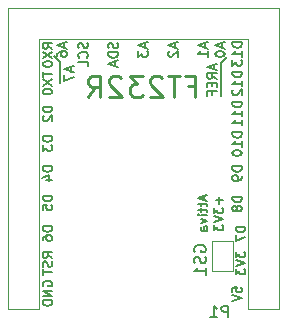
<source format=gbr>
G04 #@! TF.FileFunction,Legend,Bot*
%FSLAX46Y46*%
G04 Gerber Fmt 4.6, Leading zero omitted, Abs format (unit mm)*
G04 Created by KiCad (PCBNEW 4.0.6) date 08/29/18 06:26:35*
%MOMM*%
%LPD*%
G01*
G04 APERTURE LIST*
%ADD10C,0.100000*%
%ADD11C,0.250000*%
%ADD12C,0.150000*%
%ADD13C,0.120000*%
G04 APERTURE END LIST*
D10*
D11*
X155221001Y-70556429D02*
X155821001Y-70556429D01*
X155821001Y-71499286D02*
X155821001Y-69699286D01*
X154963858Y-69699286D01*
X154535286Y-69699286D02*
X153506715Y-69699286D01*
X154021001Y-71499286D02*
X154021001Y-69699286D01*
X152992429Y-69870714D02*
X152906715Y-69785000D01*
X152735286Y-69699286D01*
X152306715Y-69699286D01*
X152135286Y-69785000D01*
X152049572Y-69870714D01*
X151963857Y-70042143D01*
X151963857Y-70213571D01*
X152049572Y-70470714D01*
X153078143Y-71499286D01*
X151963857Y-71499286D01*
X151363857Y-69699286D02*
X150249571Y-69699286D01*
X150849571Y-70385000D01*
X150592429Y-70385000D01*
X150421000Y-70470714D01*
X150335286Y-70556429D01*
X150249571Y-70727857D01*
X150249571Y-71156429D01*
X150335286Y-71327857D01*
X150421000Y-71413571D01*
X150592429Y-71499286D01*
X151106714Y-71499286D01*
X151278143Y-71413571D01*
X151363857Y-71327857D01*
X149563857Y-69870714D02*
X149478143Y-69785000D01*
X149306714Y-69699286D01*
X148878143Y-69699286D01*
X148706714Y-69785000D01*
X148621000Y-69870714D01*
X148535285Y-70042143D01*
X148535285Y-70213571D01*
X148621000Y-70470714D01*
X149649571Y-71499286D01*
X148535285Y-71499286D01*
X146735285Y-71499286D02*
X147335285Y-70642143D01*
X147763857Y-71499286D02*
X147763857Y-69699286D01*
X147078142Y-69699286D01*
X146906714Y-69785000D01*
X146820999Y-69870714D01*
X146735285Y-70042143D01*
X146735285Y-70299286D01*
X146820999Y-70470714D01*
X146906714Y-70556429D01*
X147078142Y-70642143D01*
X147763857Y-70642143D01*
D12*
X156589333Y-79860238D02*
X156589333Y-80241190D01*
X156817905Y-79784047D02*
X156017905Y-80050714D01*
X156817905Y-80317381D01*
X156284571Y-80469761D02*
X156284571Y-80774523D01*
X156017905Y-80584047D02*
X156703619Y-80584047D01*
X156779810Y-80622142D01*
X156817905Y-80698333D01*
X156817905Y-80774523D01*
X156284571Y-80926904D02*
X156284571Y-81231666D01*
X156017905Y-81041190D02*
X156703619Y-81041190D01*
X156779810Y-81079285D01*
X156817905Y-81155476D01*
X156817905Y-81231666D01*
X156817905Y-81498333D02*
X156284571Y-81498333D01*
X156017905Y-81498333D02*
X156056000Y-81460238D01*
X156094095Y-81498333D01*
X156056000Y-81536428D01*
X156017905Y-81498333D01*
X156094095Y-81498333D01*
X156284571Y-81803095D02*
X156817905Y-81993571D01*
X156284571Y-82184047D01*
X156817905Y-82831666D02*
X156398857Y-82831666D01*
X156322667Y-82793571D01*
X156284571Y-82717381D01*
X156284571Y-82565000D01*
X156322667Y-82488809D01*
X156779810Y-82831666D02*
X156817905Y-82755476D01*
X156817905Y-82565000D01*
X156779810Y-82488809D01*
X156703619Y-82450714D01*
X156627429Y-82450714D01*
X156551238Y-82488809D01*
X156513143Y-82565000D01*
X156513143Y-82755476D01*
X156475048Y-82831666D01*
X157863143Y-79955476D02*
X157863143Y-80565000D01*
X158167905Y-80260238D02*
X157558381Y-80260238D01*
X157367905Y-80869762D02*
X157367905Y-81365000D01*
X157672667Y-81098333D01*
X157672667Y-81212619D01*
X157710762Y-81288809D01*
X157748857Y-81326905D01*
X157825048Y-81365000D01*
X158015524Y-81365000D01*
X158091714Y-81326905D01*
X158129810Y-81288809D01*
X158167905Y-81212619D01*
X158167905Y-80984047D01*
X158129810Y-80907857D01*
X158091714Y-80869762D01*
X157367905Y-81593571D02*
X158167905Y-81860238D01*
X157367905Y-82126905D01*
X157367905Y-82317381D02*
X157367905Y-82812619D01*
X157672667Y-82545952D01*
X157672667Y-82660238D01*
X157710762Y-82736428D01*
X157748857Y-82774524D01*
X157825048Y-82812619D01*
X158015524Y-82812619D01*
X158091714Y-82774524D01*
X158129810Y-82736428D01*
X158167905Y-82660238D01*
X158167905Y-82431666D01*
X158129810Y-82355476D01*
X158091714Y-82317381D01*
X145294333Y-68973572D02*
X145294333Y-69354524D01*
X145522905Y-68897381D02*
X144722905Y-69164048D01*
X145522905Y-69430715D01*
X144722905Y-69621191D02*
X144722905Y-70154524D01*
X145522905Y-69811667D01*
X142931000Y-87515477D02*
X142892905Y-87439286D01*
X142892905Y-87325001D01*
X142931000Y-87210715D01*
X143007190Y-87134524D01*
X143083381Y-87096429D01*
X143235762Y-87058334D01*
X143350048Y-87058334D01*
X143502429Y-87096429D01*
X143578619Y-87134524D01*
X143654810Y-87210715D01*
X143692905Y-87325001D01*
X143692905Y-87401191D01*
X143654810Y-87515477D01*
X143616714Y-87553572D01*
X143350048Y-87553572D01*
X143350048Y-87401191D01*
X143692905Y-87896429D02*
X142892905Y-87896429D01*
X143692905Y-88353572D01*
X142892905Y-88353572D01*
X143692905Y-88734524D02*
X142892905Y-88734524D01*
X142892905Y-88925000D01*
X142931000Y-89039286D01*
X143007190Y-89115477D01*
X143083381Y-89153572D01*
X143235762Y-89191667D01*
X143350048Y-89191667D01*
X143502429Y-89153572D01*
X143578619Y-89115477D01*
X143654810Y-89039286D01*
X143692905Y-88925000D01*
X143692905Y-88734524D01*
X143692905Y-85126905D02*
X143311952Y-84860238D01*
X143692905Y-84669762D02*
X142892905Y-84669762D01*
X142892905Y-84974524D01*
X142931000Y-85050715D01*
X142969095Y-85088810D01*
X143045286Y-85126905D01*
X143159571Y-85126905D01*
X143235762Y-85088810D01*
X143273857Y-85050715D01*
X143311952Y-84974524D01*
X143311952Y-84669762D01*
X143654810Y-85431667D02*
X143692905Y-85545953D01*
X143692905Y-85736429D01*
X143654810Y-85812619D01*
X143616714Y-85850715D01*
X143540524Y-85888810D01*
X143464333Y-85888810D01*
X143388143Y-85850715D01*
X143350048Y-85812619D01*
X143311952Y-85736429D01*
X143273857Y-85584048D01*
X143235762Y-85507857D01*
X143197667Y-85469762D01*
X143121476Y-85431667D01*
X143045286Y-85431667D01*
X142969095Y-85469762D01*
X142931000Y-85507857D01*
X142892905Y-85584048D01*
X142892905Y-85774524D01*
X142931000Y-85888810D01*
X142892905Y-86117381D02*
X142892905Y-86574524D01*
X143692905Y-86345953D02*
X142892905Y-86345953D01*
X143692905Y-82474524D02*
X142892905Y-82474524D01*
X142892905Y-82665000D01*
X142931000Y-82779286D01*
X143007190Y-82855477D01*
X143083381Y-82893572D01*
X143235762Y-82931667D01*
X143350048Y-82931667D01*
X143502429Y-82893572D01*
X143578619Y-82855477D01*
X143654810Y-82779286D01*
X143692905Y-82665000D01*
X143692905Y-82474524D01*
X142892905Y-83617381D02*
X142892905Y-83465000D01*
X142931000Y-83388810D01*
X142969095Y-83350715D01*
X143083381Y-83274524D01*
X143235762Y-83236429D01*
X143540524Y-83236429D01*
X143616714Y-83274524D01*
X143654810Y-83312619D01*
X143692905Y-83388810D01*
X143692905Y-83541191D01*
X143654810Y-83617381D01*
X143616714Y-83655477D01*
X143540524Y-83693572D01*
X143350048Y-83693572D01*
X143273857Y-83655477D01*
X143235762Y-83617381D01*
X143197667Y-83541191D01*
X143197667Y-83388810D01*
X143235762Y-83312619D01*
X143273857Y-83274524D01*
X143350048Y-83236429D01*
X143692905Y-79864524D02*
X142892905Y-79864524D01*
X142892905Y-80055000D01*
X142931000Y-80169286D01*
X143007190Y-80245477D01*
X143083381Y-80283572D01*
X143235762Y-80321667D01*
X143350048Y-80321667D01*
X143502429Y-80283572D01*
X143578619Y-80245477D01*
X143654810Y-80169286D01*
X143692905Y-80055000D01*
X143692905Y-79864524D01*
X142892905Y-81045477D02*
X142892905Y-80664524D01*
X143273857Y-80626429D01*
X143235762Y-80664524D01*
X143197667Y-80740715D01*
X143197667Y-80931191D01*
X143235762Y-81007381D01*
X143273857Y-81045477D01*
X143350048Y-81083572D01*
X143540524Y-81083572D01*
X143616714Y-81045477D01*
X143654810Y-81007381D01*
X143692905Y-80931191D01*
X143692905Y-80740715D01*
X143654810Y-80664524D01*
X143616714Y-80626429D01*
X143692905Y-77394524D02*
X142892905Y-77394524D01*
X142892905Y-77585000D01*
X142931000Y-77699286D01*
X143007190Y-77775477D01*
X143083381Y-77813572D01*
X143235762Y-77851667D01*
X143350048Y-77851667D01*
X143502429Y-77813572D01*
X143578619Y-77775477D01*
X143654810Y-77699286D01*
X143692905Y-77585000D01*
X143692905Y-77394524D01*
X143159571Y-78537381D02*
X143692905Y-78537381D01*
X142854810Y-78346905D02*
X143426238Y-78156429D01*
X143426238Y-78651667D01*
X143692905Y-74854524D02*
X142892905Y-74854524D01*
X142892905Y-75045000D01*
X142931000Y-75159286D01*
X143007190Y-75235477D01*
X143083381Y-75273572D01*
X143235762Y-75311667D01*
X143350048Y-75311667D01*
X143502429Y-75273572D01*
X143578619Y-75235477D01*
X143654810Y-75159286D01*
X143692905Y-75045000D01*
X143692905Y-74854524D01*
X142892905Y-75578334D02*
X142892905Y-76073572D01*
X143197667Y-75806905D01*
X143197667Y-75921191D01*
X143235762Y-75997381D01*
X143273857Y-76035477D01*
X143350048Y-76073572D01*
X143540524Y-76073572D01*
X143616714Y-76035477D01*
X143654810Y-75997381D01*
X143692905Y-75921191D01*
X143692905Y-75692619D01*
X143654810Y-75616429D01*
X143616714Y-75578334D01*
X143692905Y-72324524D02*
X142892905Y-72324524D01*
X142892905Y-72515000D01*
X142931000Y-72629286D01*
X143007190Y-72705477D01*
X143083381Y-72743572D01*
X143235762Y-72781667D01*
X143350048Y-72781667D01*
X143502429Y-72743572D01*
X143578619Y-72705477D01*
X143654810Y-72629286D01*
X143692905Y-72515000D01*
X143692905Y-72324524D01*
X142969095Y-73086429D02*
X142931000Y-73124524D01*
X142892905Y-73200715D01*
X142892905Y-73391191D01*
X142931000Y-73467381D01*
X142969095Y-73505477D01*
X143045286Y-73543572D01*
X143121476Y-73543572D01*
X143235762Y-73505477D01*
X143692905Y-73048334D01*
X143692905Y-73543572D01*
X144391000Y-68575000D02*
X144391000Y-70315000D01*
X142892905Y-69364523D02*
X142892905Y-69821666D01*
X143692905Y-69593095D02*
X142892905Y-69593095D01*
X142892905Y-70012143D02*
X143692905Y-70545476D01*
X142892905Y-70545476D02*
X143692905Y-70012143D01*
X142892905Y-71002619D02*
X142892905Y-71078810D01*
X142931000Y-71155000D01*
X142969095Y-71193095D01*
X143045286Y-71231191D01*
X143197667Y-71269286D01*
X143388143Y-71269286D01*
X143540524Y-71231191D01*
X143616714Y-71193095D01*
X143654810Y-71155000D01*
X143692905Y-71078810D01*
X143692905Y-71002619D01*
X143654810Y-70926429D01*
X143616714Y-70888333D01*
X143540524Y-70850238D01*
X143388143Y-70812143D01*
X143197667Y-70812143D01*
X143045286Y-70850238D01*
X142969095Y-70888333D01*
X142931000Y-70926429D01*
X142892905Y-71002619D01*
X143871000Y-68055000D02*
X144391000Y-68575000D01*
X143712905Y-67420714D02*
X143331952Y-67154047D01*
X143712905Y-66963571D02*
X142912905Y-66963571D01*
X142912905Y-67268333D01*
X142951000Y-67344524D01*
X142989095Y-67382619D01*
X143065286Y-67420714D01*
X143179571Y-67420714D01*
X143255762Y-67382619D01*
X143293857Y-67344524D01*
X143331952Y-67268333D01*
X143331952Y-66963571D01*
X142912905Y-67687381D02*
X143712905Y-68220714D01*
X142912905Y-68220714D02*
X143712905Y-67687381D01*
X142912905Y-68677857D02*
X142912905Y-68754048D01*
X142951000Y-68830238D01*
X142989095Y-68868333D01*
X143065286Y-68906429D01*
X143217667Y-68944524D01*
X143408143Y-68944524D01*
X143560524Y-68906429D01*
X143636714Y-68868333D01*
X143674810Y-68830238D01*
X143712905Y-68754048D01*
X143712905Y-68677857D01*
X143674810Y-68601667D01*
X143636714Y-68563571D01*
X143560524Y-68525476D01*
X143408143Y-68487381D01*
X143217667Y-68487381D01*
X143065286Y-68525476D01*
X142989095Y-68563571D01*
X142951000Y-68601667D01*
X142912905Y-68677857D01*
X144704333Y-66953572D02*
X144704333Y-67334524D01*
X144932905Y-66877381D02*
X144132905Y-67144048D01*
X144932905Y-67410715D01*
X144132905Y-68020238D02*
X144132905Y-67867857D01*
X144171000Y-67791667D01*
X144209095Y-67753572D01*
X144323381Y-67677381D01*
X144475762Y-67639286D01*
X144780524Y-67639286D01*
X144856714Y-67677381D01*
X144894810Y-67715476D01*
X144932905Y-67791667D01*
X144932905Y-67944048D01*
X144894810Y-68020238D01*
X144856714Y-68058334D01*
X144780524Y-68096429D01*
X144590048Y-68096429D01*
X144513857Y-68058334D01*
X144475762Y-68020238D01*
X144437667Y-67944048D01*
X144437667Y-67791667D01*
X144475762Y-67715476D01*
X144513857Y-67677381D01*
X144590048Y-67639286D01*
X146684810Y-66912619D02*
X146722905Y-67026905D01*
X146722905Y-67217381D01*
X146684810Y-67293571D01*
X146646714Y-67331667D01*
X146570524Y-67369762D01*
X146494333Y-67369762D01*
X146418143Y-67331667D01*
X146380048Y-67293571D01*
X146341952Y-67217381D01*
X146303857Y-67065000D01*
X146265762Y-66988809D01*
X146227667Y-66950714D01*
X146151476Y-66912619D01*
X146075286Y-66912619D01*
X145999095Y-66950714D01*
X145961000Y-66988809D01*
X145922905Y-67065000D01*
X145922905Y-67255476D01*
X145961000Y-67369762D01*
X146646714Y-68169762D02*
X146684810Y-68131667D01*
X146722905Y-68017381D01*
X146722905Y-67941191D01*
X146684810Y-67826905D01*
X146608619Y-67750714D01*
X146532429Y-67712619D01*
X146380048Y-67674524D01*
X146265762Y-67674524D01*
X146113381Y-67712619D01*
X146037190Y-67750714D01*
X145961000Y-67826905D01*
X145922905Y-67941191D01*
X145922905Y-68017381D01*
X145961000Y-68131667D01*
X145999095Y-68169762D01*
X146722905Y-68893572D02*
X146722905Y-68512619D01*
X145922905Y-68512619D01*
X149224810Y-66933572D02*
X149262905Y-67047858D01*
X149262905Y-67238334D01*
X149224810Y-67314524D01*
X149186714Y-67352620D01*
X149110524Y-67390715D01*
X149034333Y-67390715D01*
X148958143Y-67352620D01*
X148920048Y-67314524D01*
X148881952Y-67238334D01*
X148843857Y-67085953D01*
X148805762Y-67009762D01*
X148767667Y-66971667D01*
X148691476Y-66933572D01*
X148615286Y-66933572D01*
X148539095Y-66971667D01*
X148501000Y-67009762D01*
X148462905Y-67085953D01*
X148462905Y-67276429D01*
X148501000Y-67390715D01*
X149262905Y-67733572D02*
X148462905Y-67733572D01*
X148462905Y-67924048D01*
X148501000Y-68038334D01*
X148577190Y-68114525D01*
X148653381Y-68152620D01*
X148805762Y-68190715D01*
X148920048Y-68190715D01*
X149072429Y-68152620D01*
X149148619Y-68114525D01*
X149224810Y-68038334D01*
X149262905Y-67924048D01*
X149262905Y-67733572D01*
X149034333Y-68495477D02*
X149034333Y-68876429D01*
X149262905Y-68419286D02*
X148462905Y-68685953D01*
X149262905Y-68952620D01*
X151544333Y-66953572D02*
X151544333Y-67334524D01*
X151772905Y-66877381D02*
X150972905Y-67144048D01*
X151772905Y-67410715D01*
X150972905Y-67601191D02*
X150972905Y-68096429D01*
X151277667Y-67829762D01*
X151277667Y-67944048D01*
X151315762Y-68020238D01*
X151353857Y-68058334D01*
X151430048Y-68096429D01*
X151620524Y-68096429D01*
X151696714Y-68058334D01*
X151734810Y-68020238D01*
X151772905Y-67944048D01*
X151772905Y-67715476D01*
X151734810Y-67639286D01*
X151696714Y-67601191D01*
X154094333Y-66953572D02*
X154094333Y-67334524D01*
X154322905Y-66877381D02*
X153522905Y-67144048D01*
X154322905Y-67410715D01*
X153599095Y-67639286D02*
X153561000Y-67677381D01*
X153522905Y-67753572D01*
X153522905Y-67944048D01*
X153561000Y-68020238D01*
X153599095Y-68058334D01*
X153675286Y-68096429D01*
X153751476Y-68096429D01*
X153865762Y-68058334D01*
X154322905Y-67601191D01*
X154322905Y-68096429D01*
X157991000Y-68625000D02*
X157991000Y-71465000D01*
X156624333Y-66953572D02*
X156624333Y-67334524D01*
X156852905Y-66877381D02*
X156052905Y-67144048D01*
X156852905Y-67410715D01*
X156852905Y-68096429D02*
X156852905Y-67639286D01*
X156852905Y-67867857D02*
X156052905Y-67867857D01*
X156167190Y-67791667D01*
X156243381Y-67715476D01*
X156281476Y-67639286D01*
X158064333Y-66953572D02*
X158064333Y-67334524D01*
X158292905Y-66877381D02*
X157492905Y-67144048D01*
X158292905Y-67410715D01*
X157492905Y-67829762D02*
X157492905Y-67905953D01*
X157531000Y-67982143D01*
X157569095Y-68020238D01*
X157645286Y-68058334D01*
X157797667Y-68096429D01*
X157988143Y-68096429D01*
X158140524Y-68058334D01*
X158216714Y-68020238D01*
X158254810Y-67982143D01*
X158292905Y-67905953D01*
X158292905Y-67829762D01*
X158254810Y-67753572D01*
X158216714Y-67715476D01*
X158140524Y-67677381D01*
X157988143Y-67639286D01*
X157797667Y-67639286D01*
X157645286Y-67677381D01*
X157569095Y-67715476D01*
X157531000Y-67753572D01*
X157492905Y-67829762D01*
X157384333Y-68789762D02*
X157384333Y-69170714D01*
X157612905Y-68713571D02*
X156812905Y-68980238D01*
X157612905Y-69246905D01*
X157612905Y-69970714D02*
X157231952Y-69704047D01*
X157612905Y-69513571D02*
X156812905Y-69513571D01*
X156812905Y-69818333D01*
X156851000Y-69894524D01*
X156889095Y-69932619D01*
X156965286Y-69970714D01*
X157079571Y-69970714D01*
X157155762Y-69932619D01*
X157193857Y-69894524D01*
X157231952Y-69818333D01*
X157231952Y-69513571D01*
X157193857Y-70313571D02*
X157193857Y-70580238D01*
X157612905Y-70694524D02*
X157612905Y-70313571D01*
X156812905Y-70313571D01*
X156812905Y-70694524D01*
X157193857Y-71304048D02*
X157193857Y-71037381D01*
X157612905Y-71037381D02*
X156812905Y-71037381D01*
X156812905Y-71418334D01*
X158521000Y-68095000D02*
X157991000Y-68625000D01*
X159762905Y-66873571D02*
X158962905Y-66873571D01*
X158962905Y-67064047D01*
X159001000Y-67178333D01*
X159077190Y-67254524D01*
X159153381Y-67292619D01*
X159305762Y-67330714D01*
X159420048Y-67330714D01*
X159572429Y-67292619D01*
X159648619Y-67254524D01*
X159724810Y-67178333D01*
X159762905Y-67064047D01*
X159762905Y-66873571D01*
X159762905Y-68092619D02*
X159762905Y-67635476D01*
X159762905Y-67864047D02*
X158962905Y-67864047D01*
X159077190Y-67787857D01*
X159153381Y-67711666D01*
X159191476Y-67635476D01*
X158962905Y-68359286D02*
X158962905Y-68854524D01*
X159267667Y-68587857D01*
X159267667Y-68702143D01*
X159305762Y-68778333D01*
X159343857Y-68816429D01*
X159420048Y-68854524D01*
X159610524Y-68854524D01*
X159686714Y-68816429D01*
X159724810Y-68778333D01*
X159762905Y-68702143D01*
X159762905Y-68473571D01*
X159724810Y-68397381D01*
X159686714Y-68359286D01*
X159762905Y-69383571D02*
X158962905Y-69383571D01*
X158962905Y-69574047D01*
X159001000Y-69688333D01*
X159077190Y-69764524D01*
X159153381Y-69802619D01*
X159305762Y-69840714D01*
X159420048Y-69840714D01*
X159572429Y-69802619D01*
X159648619Y-69764524D01*
X159724810Y-69688333D01*
X159762905Y-69574047D01*
X159762905Y-69383571D01*
X159762905Y-70602619D02*
X159762905Y-70145476D01*
X159762905Y-70374047D02*
X158962905Y-70374047D01*
X159077190Y-70297857D01*
X159153381Y-70221666D01*
X159191476Y-70145476D01*
X159039095Y-70907381D02*
X159001000Y-70945476D01*
X158962905Y-71021667D01*
X158962905Y-71212143D01*
X159001000Y-71288333D01*
X159039095Y-71326429D01*
X159115286Y-71364524D01*
X159191476Y-71364524D01*
X159305762Y-71326429D01*
X159762905Y-70869286D01*
X159762905Y-71364524D01*
X159762905Y-71933571D02*
X158962905Y-71933571D01*
X158962905Y-72124047D01*
X159001000Y-72238333D01*
X159077190Y-72314524D01*
X159153381Y-72352619D01*
X159305762Y-72390714D01*
X159420048Y-72390714D01*
X159572429Y-72352619D01*
X159648619Y-72314524D01*
X159724810Y-72238333D01*
X159762905Y-72124047D01*
X159762905Y-71933571D01*
X159762905Y-73152619D02*
X159762905Y-72695476D01*
X159762905Y-72924047D02*
X158962905Y-72924047D01*
X159077190Y-72847857D01*
X159153381Y-72771666D01*
X159191476Y-72695476D01*
X159762905Y-73914524D02*
X159762905Y-73457381D01*
X159762905Y-73685952D02*
X158962905Y-73685952D01*
X159077190Y-73609762D01*
X159153381Y-73533571D01*
X159191476Y-73457381D01*
X159762905Y-74493571D02*
X158962905Y-74493571D01*
X158962905Y-74684047D01*
X159001000Y-74798333D01*
X159077190Y-74874524D01*
X159153381Y-74912619D01*
X159305762Y-74950714D01*
X159420048Y-74950714D01*
X159572429Y-74912619D01*
X159648619Y-74874524D01*
X159724810Y-74798333D01*
X159762905Y-74684047D01*
X159762905Y-74493571D01*
X159762905Y-75712619D02*
X159762905Y-75255476D01*
X159762905Y-75484047D02*
X158962905Y-75484047D01*
X159077190Y-75407857D01*
X159153381Y-75331666D01*
X159191476Y-75255476D01*
X158962905Y-76207857D02*
X158962905Y-76284048D01*
X159001000Y-76360238D01*
X159039095Y-76398333D01*
X159115286Y-76436429D01*
X159267667Y-76474524D01*
X159458143Y-76474524D01*
X159610524Y-76436429D01*
X159686714Y-76398333D01*
X159724810Y-76360238D01*
X159762905Y-76284048D01*
X159762905Y-76207857D01*
X159724810Y-76131667D01*
X159686714Y-76093571D01*
X159610524Y-76055476D01*
X159458143Y-76017381D01*
X159267667Y-76017381D01*
X159115286Y-76055476D01*
X159039095Y-76093571D01*
X159001000Y-76131667D01*
X158962905Y-76207857D01*
X159752905Y-77394524D02*
X158952905Y-77394524D01*
X158952905Y-77585000D01*
X158991000Y-77699286D01*
X159067190Y-77775477D01*
X159143381Y-77813572D01*
X159295762Y-77851667D01*
X159410048Y-77851667D01*
X159562429Y-77813572D01*
X159638619Y-77775477D01*
X159714810Y-77699286D01*
X159752905Y-77585000D01*
X159752905Y-77394524D01*
X159752905Y-78232619D02*
X159752905Y-78385000D01*
X159714810Y-78461191D01*
X159676714Y-78499286D01*
X159562429Y-78575477D01*
X159410048Y-78613572D01*
X159105286Y-78613572D01*
X159029095Y-78575477D01*
X158991000Y-78537381D01*
X158952905Y-78461191D01*
X158952905Y-78308810D01*
X158991000Y-78232619D01*
X159029095Y-78194524D01*
X159105286Y-78156429D01*
X159295762Y-78156429D01*
X159371952Y-78194524D01*
X159410048Y-78232619D01*
X159448143Y-78308810D01*
X159448143Y-78461191D01*
X159410048Y-78537381D01*
X159371952Y-78575477D01*
X159295762Y-78613572D01*
X159762905Y-79964524D02*
X158962905Y-79964524D01*
X158962905Y-80155000D01*
X159001000Y-80269286D01*
X159077190Y-80345477D01*
X159153381Y-80383572D01*
X159305762Y-80421667D01*
X159420048Y-80421667D01*
X159572429Y-80383572D01*
X159648619Y-80345477D01*
X159724810Y-80269286D01*
X159762905Y-80155000D01*
X159762905Y-79964524D01*
X159305762Y-80878810D02*
X159267667Y-80802619D01*
X159229571Y-80764524D01*
X159153381Y-80726429D01*
X159115286Y-80726429D01*
X159039095Y-80764524D01*
X159001000Y-80802619D01*
X158962905Y-80878810D01*
X158962905Y-81031191D01*
X159001000Y-81107381D01*
X159039095Y-81145477D01*
X159115286Y-81183572D01*
X159153381Y-81183572D01*
X159229571Y-81145477D01*
X159267667Y-81107381D01*
X159305762Y-81031191D01*
X159305762Y-80878810D01*
X159343857Y-80802619D01*
X159381952Y-80764524D01*
X159458143Y-80726429D01*
X159610524Y-80726429D01*
X159686714Y-80764524D01*
X159724810Y-80802619D01*
X159762905Y-80878810D01*
X159762905Y-81031191D01*
X159724810Y-81107381D01*
X159686714Y-81145477D01*
X159610524Y-81183572D01*
X159458143Y-81183572D01*
X159381952Y-81145477D01*
X159343857Y-81107381D01*
X159305762Y-81031191D01*
X160042905Y-82484524D02*
X159242905Y-82484524D01*
X159242905Y-82675000D01*
X159281000Y-82789286D01*
X159357190Y-82865477D01*
X159433381Y-82903572D01*
X159585762Y-82941667D01*
X159700048Y-82941667D01*
X159852429Y-82903572D01*
X159928619Y-82865477D01*
X160004810Y-82789286D01*
X160042905Y-82675000D01*
X160042905Y-82484524D01*
X159242905Y-83208334D02*
X159242905Y-83741667D01*
X160042905Y-83398810D01*
X159242905Y-84594524D02*
X159242905Y-85089762D01*
X159547667Y-84823095D01*
X159547667Y-84937381D01*
X159585762Y-85013571D01*
X159623857Y-85051667D01*
X159700048Y-85089762D01*
X159890524Y-85089762D01*
X159966714Y-85051667D01*
X160004810Y-85013571D01*
X160042905Y-84937381D01*
X160042905Y-84708809D01*
X160004810Y-84632619D01*
X159966714Y-84594524D01*
X159242905Y-85318333D02*
X160042905Y-85585000D01*
X159242905Y-85851667D01*
X159242905Y-86042143D02*
X159242905Y-86537381D01*
X159547667Y-86270714D01*
X159547667Y-86385000D01*
X159585762Y-86461190D01*
X159623857Y-86499286D01*
X159700048Y-86537381D01*
X159890524Y-86537381D01*
X159966714Y-86499286D01*
X160004810Y-86461190D01*
X160042905Y-86385000D01*
X160042905Y-86156428D01*
X160004810Y-86080238D01*
X159966714Y-86042143D01*
X158962905Y-88022620D02*
X158962905Y-87641667D01*
X159343857Y-87603572D01*
X159305762Y-87641667D01*
X159267667Y-87717858D01*
X159267667Y-87908334D01*
X159305762Y-87984524D01*
X159343857Y-88022620D01*
X159420048Y-88060715D01*
X159610524Y-88060715D01*
X159686714Y-88022620D01*
X159724810Y-87984524D01*
X159762905Y-87908334D01*
X159762905Y-87717858D01*
X159724810Y-87641667D01*
X159686714Y-87603572D01*
X158962905Y-88289286D02*
X159762905Y-88555953D01*
X158962905Y-88822620D01*
D13*
X139919400Y-89493400D02*
X139919400Y-63973400D01*
X139919400Y-63973400D02*
X162899400Y-63973400D01*
X162899400Y-89493400D02*
X162899400Y-63973400D01*
X160239400Y-89493400D02*
X160239400Y-66633400D01*
X160239400Y-66633400D02*
X142579400Y-66633400D01*
X142579400Y-89493400D02*
X142579400Y-66633400D01*
X142579400Y-89493400D02*
X142579400Y-82683400D01*
X162899400Y-89493400D02*
X160239400Y-89493400D01*
X139919400Y-89493400D02*
X142579400Y-89493400D01*
X162899400Y-67843400D02*
X162899400Y-66513400D01*
X157191000Y-86245000D02*
X157191000Y-83705000D01*
X158971000Y-83705000D02*
X158971000Y-86245000D01*
X158971000Y-83705000D02*
X157191000Y-83705000D01*
X157191000Y-86245000D02*
X158971000Y-86245000D01*
D12*
X158599095Y-90167381D02*
X158599095Y-89167381D01*
X158218142Y-89167381D01*
X158122904Y-89215000D01*
X158075285Y-89262619D01*
X158027666Y-89357857D01*
X158027666Y-89500714D01*
X158075285Y-89595952D01*
X158122904Y-89643571D01*
X158218142Y-89691190D01*
X158599095Y-89691190D01*
X157075285Y-90167381D02*
X157646714Y-90167381D01*
X157361000Y-90167381D02*
X157361000Y-89167381D01*
X157456238Y-89310238D01*
X157551476Y-89405476D01*
X157646714Y-89453095D01*
X155761000Y-84604524D02*
X155713381Y-84509286D01*
X155713381Y-84366429D01*
X155761000Y-84223571D01*
X155856238Y-84128333D01*
X155951476Y-84080714D01*
X156141952Y-84033095D01*
X156284810Y-84033095D01*
X156475286Y-84080714D01*
X156570524Y-84128333D01*
X156665762Y-84223571D01*
X156713381Y-84366429D01*
X156713381Y-84461667D01*
X156665762Y-84604524D01*
X156618143Y-84652143D01*
X156284810Y-84652143D01*
X156284810Y-84461667D01*
X156665762Y-85033095D02*
X156713381Y-85175952D01*
X156713381Y-85414048D01*
X156665762Y-85509286D01*
X156618143Y-85556905D01*
X156522905Y-85604524D01*
X156427667Y-85604524D01*
X156332429Y-85556905D01*
X156284810Y-85509286D01*
X156237190Y-85414048D01*
X156189571Y-85223571D01*
X156141952Y-85128333D01*
X156094333Y-85080714D01*
X155999095Y-85033095D01*
X155903857Y-85033095D01*
X155808619Y-85080714D01*
X155761000Y-85128333D01*
X155713381Y-85223571D01*
X155713381Y-85461667D01*
X155761000Y-85604524D01*
X156713381Y-86556905D02*
X156713381Y-85985476D01*
X156713381Y-86271190D02*
X155713381Y-86271190D01*
X155856238Y-86175952D01*
X155951476Y-86080714D01*
X155999095Y-85985476D01*
M02*

</source>
